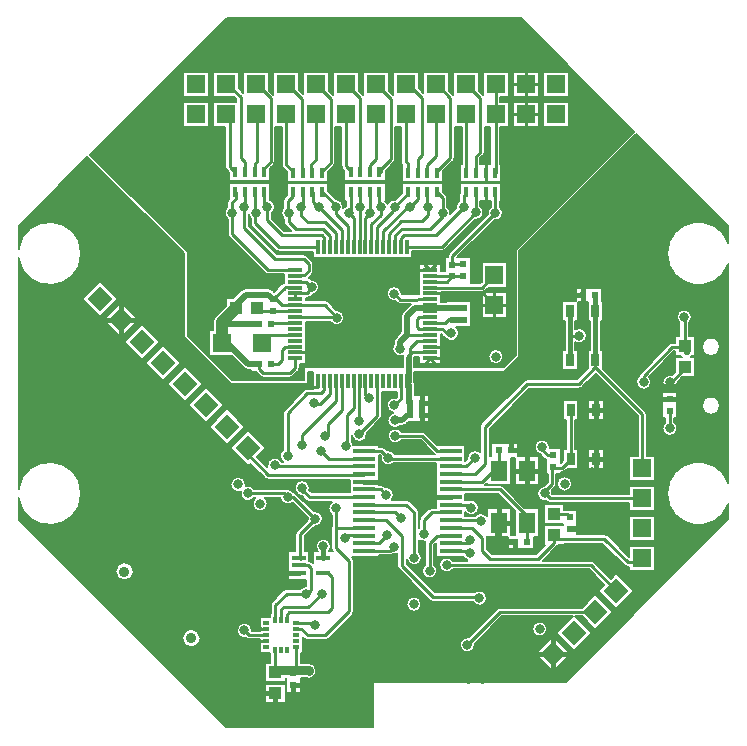
<source format=gbr>
G04 EasyPC Gerber Version 21.0.3 Build 4286 *
G04 #@! TF.Part,Single*
G04 #@! TF.FileFunction,Copper,L1,Top *
G04 #@! TF.FilePolarity,Positive *
%FSLAX35Y35*%
%MOIN*%
G04 #@! TA.AperFunction,SMDPad*
%ADD80R,0.01181X0.04724*%
%ADD92R,0.01200X0.02000*%
%ADD93R,0.01600X0.03500*%
%ADD82R,0.02400X0.02400*%
%ADD89R,0.02600X0.04200*%
%ADD96R,0.03937X0.04291*%
%ADD86R,0.03940X0.04330*%
%ADD88R,0.05500X0.07100*%
%ADD81R,0.04724X0.01181*%
%ADD91R,0.02000X0.01200*%
%ADD85R,0.07200X0.01700*%
%ADD94R,0.04600X0.01800*%
%ADD84R,0.02400X0.02400*%
%ADD87R,0.04330X0.03940*%
G04 #@! TA.AperFunction,ComponentPad*
%ADD90R,0.06000X0.06000*%
G04 #@! TA.AperFunction,SMDPad*
%AMT19*0 Rectangle Pad at angle 45*21,1,0.06000,0.06000,0,0,45*%
%ADD19T19*%
%ADD83R,0.06300X0.06300*%
G04 #@! TD.AperFunction*
%ADD73C,0.00500*%
%ADD76C,0.01000*%
%ADD79C,0.01500*%
%ADD98C,0.02000*%
%ADD99C,0.03000*%
G04 #@! TA.AperFunction,ViaPad*
%ADD97C,0.03200*%
G04 #@! TA.AperFunction,ComponentPad*
%ADD95C,0.03600*%
G04 #@! TD.AperFunction*
%ADD100C,0.04000*%
X0Y0D02*
D02*
D19*
X29901Y145799D03*
X36972Y138728D03*
X44043Y131657D03*
X51115Y124585D03*
X58185Y117515D03*
X65257Y110443D03*
X72328Y103372D03*
X79399Y96301D03*
X180937Y27437D03*
X188008Y34508D03*
X195079Y41579D03*
X202150Y48650D03*
D02*
D73*
X25818Y193082D02*
X2850Y170115D01*
Y162496*
G75*
G02X23750Y161050I10400J-1446*
G01*
G75*
G02X2850Y159604I-10500*
G01*
Y82496*
G75*
G02X23750Y81050I10400J-1446*
G01*
G75*
G02X2850Y79604I-10500*
G01*
Y72285*
X72085Y3050*
X121150*
Y18150*
X185215*
X239450Y72385*
Y77552*
G75*
G02X219050Y81050I-9900J3498*
G01*
G75*
G02X239450Y84548I10500*
G01*
Y157552*
G75*
G02X219050Y161050I-9900J3498*
G01*
G75*
G02X239450Y164548I10500*
G01*
Y170215*
X208832Y200832*
X169750Y161750*
Y126550*
X164650Y121450*
X134800*
Y118276*
G75*
G02X135100Y117237I-1650J-1039*
G01*
Y113799*
X139799*
Y104901*
X132859*
X132029Y104071*
G75*
G02X130650Y103500I-1379J1379*
G01*
X129993*
G75*
G02X125800Y105450I-1643J1950*
G01*
G75*
G02X127758Y107930I2550*
G01*
G75*
G02X125600Y110450I392J2520*
G01*
G75*
G02X128608Y112959I2550*
G01*
X128859Y113209*
Y114799*
X123885*
Y106735*
G75*
G02X123460Y105709I-1450*
G01*
X118959Y101208*
G75*
G02X113957Y100212I-2509J-458*
G01*
Y98285*
G75*
G02X114363Y97283I-2107J-1436*
G01*
X122905*
Y96634*
X123816*
G75*
G02X124841Y96209J-1450*
G01*
X125592Y95459*
G75*
G02X128339Y94075I458J-2509*
G01*
X141660*
G75*
G02X141324Y94325I690J1276*
G01*
X136849Y98802*
X130549*
G75*
G02X125900Y100250I-2099J1448*
G01*
G75*
G02X130546Y101702I2550*
G01*
X137450*
G75*
G02X138476Y101277J-1450*
G01*
X142468Y97283*
X151693*
Y91743*
X152441Y92492*
G75*
G02X156643Y94857I2509J458*
G01*
Y103350*
G75*
G02X157113Y104487I1607*
G01*
X171313Y118687*
G75*
G02X172450Y119157I1137J-1137*
G01*
X188876*
X192600Y122950*
Y128799*
X193450*
Y133850*
G75*
G02X193250Y134650I1500J800*
G01*
Y138500*
X192600*
Y144799*
X189200*
Y138500*
X188350*
Y135781*
G75*
G02X192300Y133650I1400J-2131*
G01*
G75*
G02X188350Y131519I-2550*
G01*
Y128799*
X189200*
Y122100*
X184100*
Y128799*
X184950*
Y138500*
X184100*
Y145200*
X188600*
Y149700*
X197401*
Y145200*
X197700*
Y138500*
X196850*
Y128799*
X197700*
Y122550*
X211775Y108475*
G75*
G02X212200Y107450I-1025J-1025*
G01*
Y93700*
X215000*
Y85200*
X206500*
Y93700*
X209300*
Y106849*
X195170Y120979*
X190697Y116424*
G75*
G02X189550Y115943I-1147J1126*
G01*
X173116*
X159857Y102684*
Y93448*
X160500*
Y97901*
X169299*
Y93448*
X176252*
Y83850*
X168252*
Y93000*
X166850*
Y83850*
X158850*
Y84397*
X158375Y83922*
G75*
G02X158285Y83839I-1026J1024*
G01*
X163211*
G75*
G02X164237Y83415J-1450*
G01*
X171502Y76149*
X176252*
Y66551*
X174700*
Y62401*
X165901*
Y66551*
X158929*
G75*
G02X158957Y66250I-1579J-300*
G01*
Y62616*
X160716Y60857*
X175384*
X178381Y63854*
X178131*
Y70645*
X184200*
Y70854*
X178131*
Y77645*
X184569*
Y75700*
X189100*
Y67557*
X198050*
G75*
G02X199179Y67094J-1607*
G01*
X206500Y59867*
Y63700*
X215000*
Y55200*
X206500*
Y56643*
X205850*
G75*
G02X204721Y57106J1607*
G01*
X197390Y64343*
X184569*
Y63854*
X182799*
G75*
G02X182487Y63413I-1449J696*
G01*
X177773Y58700*
X193550*
G75*
G02X194575Y58275J-1450*
G01*
X200170Y52680*
X202150Y54660*
X208160Y48650*
X202150Y42640*
X196140Y48650*
X198120Y50630*
X192949Y55800*
X147648*
G75*
G02X143000Y57250I-2098J1450*
G01*
G75*
G02X147648Y58700I2550*
G01*
X152460*
G75*
G02X151219Y59815I990J2350*
G01*
X141994*
Y64643*
X141300Y63949*
Y57248*
G75*
G02X142400Y55150I-1450J-2098*
G01*
G75*
G02X137300I-2550*
G01*
G75*
G02X138400Y57248I2550*
G01*
Y64550*
G75*
G02X138464Y64975I1450J0*
G01*
G75*
G02X136357Y65382I-614J2475*
G01*
Y61630*
G75*
G02X137300Y59650I-1607J-1980*
G01*
G75*
G02X132257Y59112I-2550*
G01*
Y57516*
X141716Y48057*
X154757*
G75*
G02X159000Y46150I1693J-1907*
G01*
G75*
G02X154261Y44843I-2550*
G01*
X141050*
G75*
G02X139913Y45313J1607*
G01*
X129513Y55713*
G75*
G02X129043Y56850I1137J1137*
G01*
Y60996*
G75*
G02X127372Y60745I-1193J2254*
G01*
G75*
G02X126516Y60466I-856J1171*
G01*
X122905*
Y59815*
X114059*
X114187Y59687*
G75*
G02X114657Y58550I-1137J-1137*
G01*
Y41750*
G75*
G02X114187Y40613I-1607*
G01*
X106187Y32613*
G75*
G02X105050Y32143I-1137J1137*
G01*
X99250*
G75*
G02X98113Y32613J1607*
G01*
X97631Y33095*
Y28031*
X96989*
Y24600*
X99550*
G75*
G02X101331Y23831I0J-2450*
G01*
G75*
G02X102098Y21951I-1681J-1782*
G01*
G75*
G02X102100Y21850I-2552J-100*
G01*
G75*
G02X98350Y19600I-2550*
G01*
X96901*
Y14700*
X92000*
Y19700*
X91866*
Y18230*
X85035*
Y24669*
X86774*
Y26631*
X86531*
Y28031*
X83232*
Y32431*
X79719*
G75*
G02X78693Y32856J1450*
G01*
X78608Y32941*
G75*
G02X75600Y35450I-458J2509*
G01*
G75*
G02X80700I2550*
G01*
G75*
G02X80697Y35331I-2550*
G01*
X83232*
Y39732*
X86531*
Y41131*
X86843*
Y43850*
G75*
G02X87313Y44987I1607*
G01*
X91113Y48787*
G75*
G02X92250Y49257I1137J-1137*
G01*
X96670*
G75*
G02X98643Y50200I1980J-1607*
G01*
Y52342*
X92677*
Y61759*
X95143*
Y67550*
G75*
G02X95613Y68687I1607*
G01*
X99214Y72287*
G75*
G02X99241Y73008I2536J264*
G01*
X94224Y78026*
G75*
G02X90024Y79600I-1674J1924*
G01*
X84867*
G75*
G02X85900Y77550I-1517J-2050*
G01*
G75*
G02X80800I-2550*
G01*
G75*
G02X81833Y79600I2550*
G01*
X81448*
G75*
G02X76868Y81635I-2098J1449*
G01*
G75*
G02X73500Y84050I-818J2415*
G01*
G75*
G02X78600I2550*
G01*
G75*
G02X78532Y83465I-2550J1*
G01*
G75*
G02X81448Y82500I818J-2415*
G01*
X91250*
G75*
G02X91806Y82389I0J-1450*
G01*
G75*
G02X94672Y81364I744J-2439*
G01*
G75*
G02X95375Y80975I-322J-1414*
G01*
X101292Y75059*
G75*
G02X104300Y72550I458J-2509*
G01*
G75*
G02X101487Y70014I-2550*
G01*
X98357Y66884*
Y61759*
X99775*
Y58600*
G75*
G02X100487Y58187I-426J-1550*
G01*
X100925Y57748*
Y61759*
X102541*
G75*
G02X101900Y63450I1909J1691*
G01*
G75*
G02X107000I2550*
G01*
G75*
G02X106359Y61759I-2550*
G01*
X107567*
X107513Y61813*
G75*
G02X107043Y62950I1137J1137*
G01*
Y69550*
G75*
G02X107200Y70244I1608*
G01*
Y73952*
G75*
G02X107315Y78223I1450J2098*
G01*
X99850*
G75*
G02X98708Y78699J1607*
G01*
X97359Y80061*
X97350*
G75*
G02X96011Y80780J1607*
G01*
G75*
G02X94800Y82950I1339J2170*
G01*
G75*
G02X99900I2550*
G01*
G75*
G02X99782Y82183I-2550J-1*
G01*
X100520Y81438*
X113206*
Y85644*
X86050*
G75*
G02X84913Y86115J1608*
G01*
X80067Y90959*
X79399Y90291*
X73389Y96301*
X79399Y102311*
X85409Y96301*
X82341Y93233*
X85788Y89787*
G75*
G02X90567Y91515I2462J663*
G01*
X91155*
G75*
G02X91100Y95748I1395J2135*
G01*
Y107950*
G75*
G02X91525Y108975I1450*
G01*
X98125Y115575*
G75*
G02X99150Y116000I1025J-1025*
G01*
X100909*
Y121450*
X99250*
Y117550*
X73650*
X57850Y133350*
Y161050*
X25818Y193082*
X23891Y145799D02*
X29901Y151809D01*
X35911Y145799*
X29901Y139789*
X23891Y145799*
X30962Y138728D02*
X36972Y144738D01*
X42983Y138728*
X36972Y132717*
X30962Y138728*
X36008Y57192D02*
G75*
G02X40321Y52879I2157J-2157D01*
G01*
G75*
G02X36008Y57192I-2157J2157*
G01*
X38033Y131657D02*
X44043Y137667D01*
X50054Y131657*
X44043Y125646*
X38033Y131657*
X45104Y124585D02*
X51115Y130596D01*
X57125Y124585*
X51115Y118575*
X45104Y124585*
X52175Y117515D02*
X58185Y123525D01*
X64196Y117515*
X58185Y111504*
X52175Y117515*
X58282Y34918D02*
G75*
G02X62595Y30605I2157J-2157D01*
G01*
G75*
G02X58282Y34918I-2157J2157*
G01*
X59246Y110443D02*
X65257Y116454D01*
X71267Y110443*
X65257Y104433*
X59246Y110443*
X66317Y103372D02*
X72328Y109383D01*
X78338Y103372*
X72328Y97362*
X66317Y103372*
X91866Y11230D02*
X85035D01*
Y17669*
X91866*
Y11230*
X132100Y44150D02*
G75*
G02X137200I2550D01*
G01*
G75*
G02X132100I-2550*
G01*
X152908Y33059D02*
X162454Y42604D01*
G75*
G02X163479Y43029I1025J-1025*
G01*
X190519*
X195079Y47589*
X201089Y41579*
X195079Y35569*
X190519Y40129*
X188397*
X194018Y34508*
X188008Y28498*
X181998Y34508*
X187619Y40129*
X164080*
X154959Y31008*
G75*
G02X155000Y30550I-2508J-457*
G01*
G75*
G02X149900I-2550*
G01*
G75*
G02X152908Y33059I2550*
G01*
X174000Y35850D02*
G75*
G02X179100I2550D01*
G01*
G75*
G02X174000I-2550*
G01*
X176652Y94097D02*
G75*
G02X174800Y96550I698J2453D01*
G01*
G75*
G02X179900I2550*
G01*
G75*
G02X179888Y96299I-2551J-2*
G01*
X183600*
Y91351*
X184299Y92050*
Y95901*
X185400*
Y105600*
X184299*
Y112299*
X189401*
Y105600*
X188300*
Y95901*
X189401*
Y89200*
X185551*
X184975Y88625*
G75*
G02X183950Y88200I-1025J1025*
G01*
X183600*
Y87500*
X182099*
Y84150*
G75*
G02X181675Y83125I-1450J0*
G01*
X180597Y82046*
G75*
G02X180800Y81050I-2347J-996*
G01*
G75*
G02X180796Y80900I-2550J-2*
G01*
X206500*
Y83700*
X215000*
Y75200*
X206500*
Y78000*
X179850*
G75*
G02X178825Y78425J1450*
G01*
X178708Y78541*
G75*
G02X175700Y81050I-458J2509*
G01*
G75*
G02X178042Y83591I2550*
G01*
X179199Y84750*
Y87500*
X178700*
Y92339*
G75*
G02X178144Y92683I550J1511*
G01*
X176652Y94097*
X180937Y33447D02*
X186947Y27437D01*
X180937Y21426*
X174926Y27437*
X180937Y33447*
X184850Y81700D02*
G75*
G02Y86800J2550D01*
G01*
G75*
G02Y81700J-2550*
G01*
X197901Y95901D02*
Y89200D01*
X192799*
Y95901*
X197901*
Y112299D02*
Y105600D01*
X192799*
Y112299*
X197901*
X206500Y73700D02*
X215000D01*
Y65200*
X206500*
Y73700*
X209802Y120249D02*
Y120350D01*
G75*
G02X210226Y121375I1450J0*
G01*
X219725Y130875*
G75*
G02X220750Y131300I1025J-1025*
G01*
X221830*
Y133547*
X223144*
Y137869*
G75*
G02X222200Y139850I1606J1981*
G01*
G75*
G02X227300I2550*
G01*
G75*
G02X226359Y137872I-2550*
G01*
Y133547*
X228267*
Y126756*
X227112*
G75*
G02X226914Y126547I-1262J997*
G01*
X228267*
Y119756*
X224006*
X222584Y118334*
G75*
G02X222600Y118050I-2534J-283*
G01*
G75*
G02X217500I-2550*
G01*
G75*
G02X220672Y120523I2550*
G01*
X221830Y121681*
Y126547*
X223987*
G75*
G02X223789Y126756I1064J1206*
G01*
X221830*
Y128400*
X221351*
X212978Y120026*
G75*
G02X213800Y118150I-1728J-1876*
G01*
G75*
G02X208700I-2550*
G01*
G75*
G02X209802Y120249I2550*
G01*
X217401Y106200D02*
Y115000D01*
X222299*
Y106200*
X221457*
Y104807*
G75*
G02X222500Y102750I-1507J-2057*
G01*
G75*
G02X217400I-2550*
G01*
G75*
G02X218243Y104644I2550*
G01*
Y106200*
X217401*
X233650Y107300D02*
G75*
G02Y113400J3050D01*
G01*
G75*
G02Y107300J-3050*
G01*
Y126900D02*
G75*
G02Y133000J3050D01*
G01*
G75*
G02Y126900J-3050*
G01*
X121150Y14449D02*
G36*
X91866D01*
Y11230*
X85035*
Y14449*
X60686*
X71835Y3300*
X121150*
Y14449*
G37*
X199826Y32761D02*
G36*
X192272D01*
X188008Y28498*
X183744Y32761*
X181622*
X186947Y27437*
X180937Y21426*
X174926Y27437*
X180251Y32761*
X156712*
X154959Y31008*
G75*
G02X155000Y30553I-2485J-455*
G01*
G75*
G02Y30550I-2589J-1*
G01*
G75*
G02X149900I-2550*
G01*
G75*
G02X151180Y32761I2550J0*
G01*
X106335*
X106187Y32613*
G75*
G02X105050Y32143I-1137J1138*
G01*
X99250*
G75*
G02X98113Y32613I1J1609*
G01*
X97965Y32761*
X97631*
Y28031*
X96989*
Y24600*
X99550*
G75*
G02X101331Y23831I0J-2450*
G01*
G75*
G02X102100Y22050I-1680J-1781*
G01*
G75*
G02X102098Y21951I-2446J-1*
G01*
G75*
G02X102100Y21859I-2154J-92*
G01*
G75*
G02Y21850I-2148J-4*
G01*
G75*
G02X98350Y19600I-2550*
G01*
X96901*
Y14700*
X92000*
Y19700*
X91866*
Y18230*
X85035*
Y24669*
X86774*
Y26631*
X86531*
Y28031*
X83232*
Y32431*
X79719*
G75*
G02X78798Y32761I1J1453*
G01*
X63489*
G75*
G02X62595Y30605I-3050*
G01*
G75*
G02X57389Y32761I-2157J2157*
G01*
X42374*
X60686Y14449*
X85035*
Y17669*
X91866*
Y14449*
X121150*
Y18150*
X185215*
X199826Y32761*
G37*
X78798D02*
G36*
G75*
G02X78693Y32856I922J1123D01*
G01*
X78608Y32941*
G75*
G02X75600Y35450I-458J2509*
G01*
G75*
G02X75631Y35850I2550J0*
G01*
X39285*
X42374Y32761*
X57389*
G75*
G02X58282Y34918I3050*
G01*
G75*
G02X63489Y32761I2157J-2157*
G01*
X78798*
G37*
X155699Y35850D02*
G36*
X109423D01*
X106335Y32761*
X151180*
G75*
G02X152908Y33059I1270J-2211*
G01*
X155699Y35850*
G37*
X97965Y32761D02*
G36*
X97631Y33095D01*
Y32761*
X97965*
G37*
X83232Y35850D02*
G36*
X80669D01*
G75*
G02X80700Y35450I-2519J-400*
G01*
G75*
G02X80697Y35331I-2999J11*
G01*
X83232*
Y35850*
G37*
X183340D02*
G36*
X179100D01*
G75*
G02X174000I-2550*
G01*
X159801*
X156712Y32761*
X180251*
X180937Y33447*
X181622Y32761*
X183744*
X181998Y34508*
X183340Y35850*
G37*
X202915D02*
G36*
X195360D01*
X195079Y35569*
X194797Y35850*
X192676*
X194018Y34508*
X192272Y32761*
X199826*
X202915Y35850*
G37*
X86871Y44150D02*
G36*
X30985D01*
X39285Y35850*
X75631*
G75*
G02X80669I2519J-400*
G01*
X83232*
Y39732*
X86531*
Y41131*
X86843*
Y43850*
G75*
G02X86871Y44150I1609J-1*
G01*
G37*
X191640D02*
G36*
X158032D01*
G75*
G02X154868I-1582J2000*
G01*
X137200*
G75*
G02X132100I-2550*
G01*
X114657*
Y41750*
G75*
G02X114187Y40613I-1609J1*
G01*
X109423Y35850*
X155699*
X162454Y42604*
G75*
G02X163479Y43029I1026J-1028*
G01*
X190519*
X191640Y44150*
G37*
X183340Y35850D02*
G36*
X187619Y40129D01*
X164080*
X159801Y35850*
X174000*
G75*
G02X179100I2550*
G01*
X183340*
G37*
X194797D02*
G36*
X190519Y40129D01*
X188397*
X192676Y35850*
X194797*
G37*
X211215Y44150D02*
G36*
X203660D01*
X202150Y42640*
X200640Y44150*
X198518*
X201089Y41579*
X195360Y35850*
X202915*
X211215Y44150*
G37*
X92677Y55035D02*
G36*
X41215D01*
G75*
G02X40321Y52879I-3050*
G01*
G75*
G02X35115Y55035I-2157J2157*
G01*
X20100*
X30985Y44150*
X86871*
G75*
G02X87313Y44987I1581J-301*
G01*
X91113Y48787*
G75*
G02X92250Y49257I1137J-1138*
G01*
X96670*
G75*
G02X98643Y50200I1980J-1607*
G01*
Y52342*
X92677*
Y55035*
G37*
X154868Y44150D02*
G36*
G75*
G02X154261Y44843I1582J2000D01*
G01*
X141050*
G75*
G02X139913Y45313I1J1609*
G01*
X130191Y55035*
X114657*
Y44150*
X132100*
G75*
G02X137200I2550*
G01*
X154868*
G37*
X200640D02*
G36*
X196140Y48650D01*
X198120Y50630*
X193714Y55035*
X146814*
G75*
G02X144286I-1264J2215*
G01*
X142397*
G75*
G02X137303I-2547J115*
G01*
X134738*
X141716Y48057*
X154757*
G75*
G02X159000Y46150I1692J-1908*
G01*
G75*
G02X158032Y44150I-2550*
G01*
X191640*
X195079Y47589*
X198518Y44150*
X200640*
G37*
X222100Y55035D02*
G36*
X197815D01*
X200170Y52680*
X202150Y54660*
X208160Y48650*
X203660Y44150*
X211215*
X222100Y55035*
G37*
X92677D02*
G36*
Y61759D01*
X95143*
Y67550*
G75*
G02X95613Y68687I1609J-1*
G01*
X96377Y69450*
X5685*
X20100Y55035*
X35115*
G75*
G02X36008Y57192I3050*
G01*
G75*
G02X41215Y55035I2157J-2157*
G01*
X92677*
G37*
X107043Y69450D02*
G36*
X100924D01*
X98357Y66884*
Y61759*
X99775*
Y58600*
G75*
G02X100487Y58187I-426J-1550*
G01*
X100925Y57748*
Y61759*
X102541*
G75*
G02X101900Y63450I1911J1691*
G01*
G75*
G02X107000I2550*
G01*
G75*
G02X106359Y61759I-2552J1*
G01*
X107567*
X107513Y61813*
G75*
G02X107043Y62950I1138J1137*
G01*
Y69450*
G37*
X130191Y55035D02*
G36*
X129513Y55713D01*
G75*
G02X129043Y56850I1138J1137*
G01*
Y60996*
G75*
G02X127372Y60745I-1193J2256*
G01*
G75*
G02X126516Y60466I-856J1173*
G01*
X122905*
Y59815*
X114059*
X114187Y59687*
G75*
G02X114657Y58550I-1138J-1137*
G01*
Y55035*
X130191*
G37*
X137303D02*
G36*
G75*
G02X137300Y55150I2547J119D01*
G01*
G75*
G02X138400Y57248I2550J0*
G01*
Y64550*
G75*
G02X138464Y64975I1454J-1*
G01*
G75*
G02X136357Y65382I-613J2477*
G01*
Y61630*
G75*
G02X137300Y59650I-1608J-1980*
G01*
G75*
G02X132257Y59112I-2550*
G01*
Y57516*
X134738Y55035*
X137303*
G37*
X144286D02*
G36*
G75*
G02X143000Y57250I1264J2215D01*
G01*
G75*
G02X147648Y58700I2550*
G01*
X152460*
G75*
G02X151219Y59815I988J2348*
G01*
X141994*
Y64643*
X141300Y63949*
Y57248*
G75*
G02X142400Y55150I-1450J-2098*
G01*
G75*
G02X142397Y55035I-2550J4*
G01*
X144286*
G37*
X193714D02*
G36*
X192949Y55800D01*
X147648*
G75*
G02X146814Y55035I-2098J1450*
G01*
X193714*
G37*
X178131Y69450D02*
G36*
X176252D01*
Y66551*
X174700*
Y62401*
X165901*
Y66551*
X158929*
G75*
G02X158957Y66250I-1577J-300*
G01*
Y66250*
Y62616*
X160716Y60857*
X175384*
X178381Y63854*
X178131*
Y69450*
G37*
X236515D02*
G36*
X215000D01*
Y65200*
X206500*
Y69450*
X189100*
Y67557*
X198050*
G75*
G02X199179Y67094I-1J-1609*
G01*
X206500Y59867*
Y63700*
X215000*
Y55200*
X206500*
Y56643*
X205850*
G75*
G02X204721Y57106I1J1609*
G01*
X197390Y64343*
X184569*
Y63854*
X182799*
G75*
G02X182487Y63413I-1446J694*
G01*
X177773Y58700*
X193550*
G75*
G02X194575Y58275I-1J-1453*
G01*
X197815Y55035*
X222100*
X236515Y69450*
G37*
X96377D02*
G36*
X99214Y72287D01*
G75*
G02X99200Y72551I2538J265*
G01*
G75*
G02X99241Y73008I2554J0*
G01*
X94224Y78026*
G75*
G02X90024Y79600I-1674J1924*
G01*
X84867*
G75*
G02X85900Y77551I-1515J-2049*
G01*
G75*
G02Y77550I-2506J0*
G01*
G75*
G02X80800I-2550*
G01*
G75*
G02Y77551I2506J0*
G01*
G75*
G02X81833Y79600I2548*
G01*
X81448*
G75*
G02X76800Y81049I-2098J1449*
G01*
G75*
G02X76868Y81635I2549*
G01*
G75*
G02X73500Y84050I-818J2415*
G01*
G75*
G02X73508Y84250I2550J0*
G01*
X23250*
G75*
G02X23750Y81050I-10001J-3200*
G01*
G75*
G02X3100Y78362I-10500J0*
G01*
Y72035*
X5685Y69450*
X96377*
G37*
X3250Y84250D02*
G36*
X3100D01*
Y83738*
G75*
G02X3250Y84250I10153J-2690*
G01*
G37*
X107043Y69450D02*
G36*
Y69550D01*
G75*
G02Y69551I1367J0*
G01*
G75*
G02X107200Y70244I1605*
G01*
Y73952*
G75*
G02X106100Y76050I1450J2098*
G01*
G75*
G02X107315Y78223I2550*
G01*
X99850*
G75*
G02X98708Y78699I0J1608*
G01*
X97359Y80061*
X97350*
G75*
G02X96011Y80780J1608*
G01*
G75*
G02X94800Y82950I1340J2170*
G01*
G75*
G02X95156Y84250I2550*
G01*
X78592*
G75*
G02X78600Y84050I-2543J-200*
G01*
G75*
G02X78532Y83465I-2576J4*
G01*
G75*
G02X81448Y82500I818J-2416*
G01*
X91250*
G75*
G02X91806Y82389I0J-1447*
G01*
G75*
G02X94672Y81364I744J-2439*
G01*
G75*
G02X95375Y80975I-320J-1410*
G01*
X101292Y75059*
G75*
G02X104300Y72550I457J-2509*
G01*
G75*
G02X101487Y70014I-2550J0*
G01*
X100924Y69450*
X107043*
G37*
X113206Y84250D02*
G36*
X99544D01*
G75*
G02X99900Y82950I-2194J-1300*
G01*
G75*
G02Y82949I-3076J0*
G01*
G75*
G02X99782Y82183I-2548*
G01*
X100520Y81438*
X113206*
Y84250*
G37*
X219550D02*
G36*
X187400D01*
G75*
G02X184850Y81700I-2550*
G01*
G75*
G02X182300Y84250J2550*
G01*
X182099*
Y84150*
G75*
G02X181675Y83125I-1450*
G01*
X180597Y82046*
G75*
G02X180800Y81050I-2348J-996*
G01*
G75*
G02X180796Y80900I-2845J7*
G01*
X206500*
Y83700*
X215000*
Y75200*
X206500*
Y78000*
X179850*
G75*
G02X178825Y78425I1J1453*
G01*
X178708Y78541*
G75*
G02X175700Y81050I-458J2509*
G01*
G75*
G02X178042Y83591I2550*
G01*
X178700Y84250*
X176252*
Y83850*
X168252*
Y84250*
X166850*
Y83850*
X158850*
Y84250*
X158703*
X158375Y83922*
G75*
G02X158285Y83839I-960J951*
G01*
X163211*
G75*
G02X164237Y83415I-1J-1453*
G01*
X171502Y76149*
X176252*
Y69450*
X178131*
Y70645*
X184200*
Y70854*
X178131*
Y77645*
X184569*
Y75700*
X189100*
Y69450*
X206500*
Y73700*
X215000*
Y69450*
X236515*
X239200Y72135*
Y76911*
G75*
G02X219050Y81050I-9650J4139*
G01*
G75*
G02X219550Y84250I10500J0*
G01*
G37*
X113206D02*
G36*
Y85644D01*
X86050*
G75*
G02X84913Y86115I1J1609*
G01*
X80067Y90959*
X79399Y90291*
X77139Y92551*
X3100*
Y84250*
X3250*
G75*
G02X23250I10000J-3200*
G01*
X73508*
G75*
G02X78592I2542J-200*
G01*
X95156*
G75*
G02X99544I2194J-1300*
G01*
X113206*
G37*
X86805Y92551D02*
G36*
X83023D01*
X85788Y89787*
G75*
G02X85700Y90450I2462J663*
G01*
G75*
G02X86805Y92551I2550J0*
G01*
G37*
X90249D02*
G36*
X89696D01*
G75*
G02X90567Y91515I-1446J-2101*
G01*
X91155*
G75*
G02X90249Y92551I1395J2135*
G01*
G37*
X239200Y85189D02*
G36*
Y92551D01*
X215000*
Y85200*
X206500*
Y92551*
X197901*
Y89200*
X192799*
Y92551*
X189401*
Y89200*
X185551*
X184975Y88625*
G75*
G02X183950Y88200I-1026J1028*
G01*
X183600*
Y87500*
X182099*
Y84250*
X182300*
G75*
G02X184850Y86800I2550*
G01*
G75*
G02X187400Y84250J-2550*
G01*
X219550*
G75*
G02X239200Y85189I10000J-3200*
G01*
G37*
X158850Y84250D02*
G36*
Y84397D01*
X158703Y84250*
X158850*
G37*
X152431Y92551D02*
G36*
X151693D01*
Y91743*
X152441Y92492*
G75*
G02X152431Y92551I2509J451*
G01*
G37*
X168252D02*
G36*
X166850D01*
Y84250*
X168252*
Y92551*
G37*
X178304D02*
G36*
X176252D01*
Y84250*
X178700*
X179199Y84750*
Y87500*
X178700*
Y92339*
G75*
G02X178304Y92551I549J1509*
G01*
G37*
X184299D02*
G36*
X183600D01*
Y91351*
X184299Y92050*
Y92551*
G37*
X90249D02*
G36*
G75*
G02X90000Y93650I2301J1100D01*
G01*
G75*
G02X91100Y95748I2550*
G01*
Y103372*
X78338*
X72328Y97362*
X66317Y103372*
X3100*
Y92551*
X77139*
X73389Y96301*
X79399Y102311*
X85409Y96301*
X82341Y93233*
X83023Y92551*
X86805*
G75*
G02X89696I1446J-2101*
G01*
X90249*
G37*
X152431D02*
G36*
G75*
G02X152400Y92950I2519J400D01*
G01*
G75*
G02X156643Y94857I2550*
G01*
Y103350*
G75*
G02Y103372I1609J11*
G01*
X129829*
G75*
G02X126872I-1478J2078*
G01*
X121123*
X118959Y101208*
G75*
G02X119000Y100750I-2509J-457*
G01*
G75*
G02X113957Y100212I-2550*
G01*
Y98285*
G75*
G02X114363Y97283I-2101J-1433*
G01*
X122905*
Y96634*
X123816*
G75*
G02X124841Y96209I-1J-1453*
G01*
X125592Y95459*
G75*
G02X128339Y94075I457J-2510*
G01*
X141660*
G75*
G02X141324Y94325I697J1285*
G01*
X136849Y98802*
X130549*
G75*
G02X125900Y100250I-2099J1448*
G01*
G75*
G02X130546Y101702I2550*
G01*
X137450*
G75*
G02X138476Y101277I1J-1448*
G01*
X142468Y97283*
X151693*
Y92551*
X152431*
G37*
X184299D02*
G36*
Y95901D01*
X185400*
Y103372*
X160546*
X159857Y102684*
Y93448*
X160500*
Y97901*
X169299*
Y93448*
X176252*
Y92551*
X178304*
G75*
G02X178144Y92683I946J1299*
G01*
X176652Y94097*
G75*
G02X174800Y96550I698J2453*
G01*
Y96550*
G75*
G02X179900I2550*
G01*
G75*
G02X179888Y96299I-2682J4*
G01*
X183600*
Y92551*
X184299*
G37*
X168252D02*
G36*
Y93000D01*
X166850*
Y92551*
X168252*
G37*
X206500D02*
G36*
Y93700D01*
X209300*
Y103372*
X188300*
Y95901*
X189401*
Y92551*
X192799*
Y95901*
X197901*
Y92551*
X206500*
G37*
X222423Y103372D02*
G36*
G75*
G02X222500Y102750I-2474J-623D01*
G01*
G75*
G02X217400I-2550*
G01*
Y102750*
G75*
G02X217477Y103372I2550J0*
G01*
X212200*
Y93700*
X215000*
Y92551*
X239200*
Y103372*
X222423*
G37*
X92993Y110443D02*
G36*
X71267D01*
X65257Y104433*
X59246Y110443*
X3100*
Y103372*
X66317*
X72328Y109383*
X78338Y103372*
X91100*
Y107950*
G75*
G02X91525Y108975I1453J-1*
G01*
X92993Y110443*
G37*
X125600D02*
G36*
X123885D01*
Y106735*
G75*
G02X123460Y105709I-1453J1*
G01*
X121123Y103372*
X126872*
G75*
G02X125800Y105450I1478J2078*
G01*
G75*
G02X127758Y107930I2550*
G01*
G75*
G02X125600Y110443I392J2519*
G01*
G37*
X163070D02*
G36*
X139799D01*
Y104901*
X132859*
X132029Y104071*
G75*
G02X130650Y103500I-1379J1378*
G01*
X129993*
G75*
G02X129829Y103372I-1643J1950*
G01*
X156643*
G75*
G02X157113Y104487I1609J-23*
G01*
X163070Y110443*
G37*
X184299D02*
G36*
X167617D01*
X160546Y103372*
X185400*
Y105600*
X184299*
Y110443*
G37*
X209300Y103372D02*
G36*
Y106849D01*
X205706Y110443*
X197901*
Y105600*
X192799*
Y110443*
X189401*
Y105600*
X188300*
Y103372*
X209300*
G37*
X217477D02*
G36*
G75*
G02X218243Y104644I2472J-622D01*
G01*
Y106200*
X217401*
Y110443*
X209807*
X211775Y108475*
G75*
G02X212200Y107450I-1028J-1026*
G01*
Y103372*
X217477*
G37*
X222423D02*
G36*
X239200D01*
Y110443*
X236698*
G75*
G02X236700Y110350I-3049J-98*
G01*
G75*
G02X233650Y107300I-3050*
G01*
G75*
G02X230600Y110350J3050*
G01*
G75*
G02X230602Y110443I3050J-5*
G01*
X222299*
Y106200*
X221457*
Y104807*
G75*
G02X222423Y103372I-1509J-2057*
G01*
G37*
X100909Y117515D02*
G36*
X64196D01*
X58185Y111504*
X52175Y117515*
X3100*
Y110443*
X59246*
X65257Y116454*
X71267Y110443*
X92993*
X98125Y115575*
G75*
G02X99150Y116000I1026J-1028*
G01*
X100909*
Y117515*
G37*
X125600Y110443D02*
G36*
G75*
G02Y110450I2542J3D01*
G01*
Y110450*
G75*
G02X128608Y112959I2550*
G01*
X128859Y113209*
Y114799*
X123885*
Y110443*
X125600*
G37*
X170141Y117515D02*
G36*
X135080D01*
G75*
G02X135100Y117237I-1929J-276*
G01*
Y113799*
X139799*
Y110443*
X163070*
X170141Y117515*
G37*
X205706Y110443D02*
G36*
X198635Y117515D01*
X191768*
X190697Y116424*
G75*
G02X189550Y115943I-1147J1126*
G01*
X173116*
X167617Y110443*
X184299*
Y112299*
X189401*
Y110443*
X192799*
Y112299*
X197901*
Y110443*
X205706*
G37*
X222543Y117515D02*
G36*
G75*
G02X217557I-2493J535D01*
G01*
X213720*
G75*
G02X208780I-2470J635*
G01*
X202736*
X209807Y110443*
X217401*
Y115000*
X222299*
Y110443*
X230602*
G75*
G02X233650Y113400I3048J-93*
G01*
G75*
G02X236698Y110443J-3050*
G01*
X239200*
Y117515*
X222543*
G37*
X66615Y124585D02*
G36*
X57125D01*
X51115Y118575*
X45104Y124585*
X3100*
Y117515*
X52175*
X58185Y123525*
X64196Y117515*
X100909*
Y121450*
X99250*
Y117550*
X73650*
X66615Y124585*
G37*
X192600D02*
G36*
X189200D01*
Y122100*
X184100*
Y124585*
X167785*
X164650Y121450*
X134800*
Y118276*
G75*
G02X135080Y117515I-1647J-1039*
G01*
X170141*
X171313Y118687*
G75*
G02X172450Y119157I1137J-1138*
G01*
X188876*
X192600Y122950*
Y124585*
G37*
X198635Y117515D02*
G36*
X195170Y120979D01*
X191768Y117515*
X198635*
G37*
X213436Y124585D02*
G36*
X197700D01*
Y122550*
X202736Y117515*
X208780*
G75*
G02X208700Y118150I2470J635*
G01*
G75*
G02X209802Y120249I2551J0*
G01*
Y120350*
G75*
G02X210226Y121375I1453J-1*
G01*
X213436Y124585*
G37*
X221830D02*
G36*
X217537D01*
X212978Y120026*
G75*
G02X213800Y118150I-1726J-1875*
G01*
Y118150*
G75*
G02X213720Y117515I-2550J0*
G01*
X217557*
G75*
G02X217500Y118050I2493J535*
G01*
G75*
G02X220672Y120523I2550*
G01*
X221830Y121681*
Y124585*
G37*
X228267D02*
G36*
Y119756D01*
X224006*
X222584Y118334*
G75*
G02X222600Y118050I-2550J-284*
G01*
G75*
G02X222543Y117515I-2550J-1*
G01*
X239200*
Y124585*
X228267*
G37*
X59543Y131657D02*
G36*
X50054D01*
X44043Y125646*
X38033Y131657*
X3100*
Y124585*
X45104*
X51115Y130596*
X57125Y124585*
X66615*
X59543Y131657*
G37*
X184950D02*
G36*
X169750D01*
Y126550*
X167785Y124585*
X184100*
Y128799*
X184950*
Y131657*
G37*
X192600Y124585D02*
G36*
Y128799D01*
X193450*
Y131657*
X191340*
G75*
G02X188350Y131519I-1591J1993*
G01*
Y128799*
X189200*
Y124585*
X192600*
G37*
X221830Y131657D02*
G36*
X196850D01*
Y128799*
X197700*
Y124585*
X213436*
X219725Y130875*
G75*
G02X220750Y131300I1025J-1024*
G01*
X221830*
Y131657*
G37*
Y124585D02*
G36*
Y126547D01*
X223987*
G75*
G02X223789Y126756I1069J1210*
G01*
X221830*
Y128400*
X221351*
X217537Y124585*
X221830*
G37*
X228267Y131657D02*
G36*
Y126756D01*
X227112*
G75*
G02X226914Y126547I-1266J1002*
G01*
X228267*
Y124585*
X239200*
Y131657*
X236178*
G75*
G02X236700Y129950I-2528J-1706*
G01*
G75*
G02X233650Y126900I-3050*
G01*
G75*
G02X230600Y129950J3050*
G01*
G75*
G02X231122Y131657I3050J0*
G01*
X228267*
G37*
X57850Y138728D02*
G36*
X42983D01*
X36972Y132717*
X30962Y138728*
X3100*
Y131657*
X38033*
X44043Y137667*
X50054Y131657*
X59543*
X57850Y133350*
Y138728*
G37*
X184950Y131657D02*
G36*
Y138500D01*
X184100*
Y138728*
X169750*
Y131657*
X184950*
G37*
X192600Y138728D02*
G36*
X189200D01*
Y138500*
X188350*
Y135781*
G75*
G02X192300Y133650I1400J-2131*
G01*
G75*
G02X191340Y131657I-2550J0*
G01*
X193450*
Y133850*
G75*
G02X193250Y134650I1502J800*
G01*
Y138500*
X192600*
Y138728*
G37*
X221830Y131657D02*
G36*
Y133547D01*
X223144*
Y137869*
G75*
G02X222460Y138728I1605J1980*
G01*
X197700*
Y138500*
X196850*
Y131657*
X221830*
G37*
X228267D02*
G36*
X231122D01*
G75*
G02X233650Y133000I2528J-1707*
G01*
G75*
G02X236178Y131657J-3050*
G01*
X239200*
Y138728*
X227040*
G75*
G02X226359Y137872I-2291J1123*
G01*
Y133547*
X228267*
Y131657*
G37*
X57850Y145799D02*
G36*
X35911D01*
X29901Y139789*
X23891Y145799*
X3100*
Y138728*
X30962*
X36972Y144738*
X42983Y138728*
X57850*
Y145799*
G37*
X188600D02*
G36*
X169750D01*
Y138728*
X184100*
Y145200*
X188600*
Y145799*
G37*
X192600Y138728D02*
G36*
Y144799D01*
X189200*
Y138728*
X192600*
G37*
X227040D02*
G36*
X239200D01*
Y145799*
X197401*
Y145200*
X197700*
Y138728*
X222460*
G75*
G02X222200Y139850I2289J1122*
G01*
Y139850*
G75*
G02X227300I2550*
G01*
G75*
G02X227040Y138728I-2551*
G01*
G37*
X57850Y145799D02*
G36*
Y161050D01*
X25818Y193082*
X3100Y170365*
Y163738*
G75*
G02X23750Y161050I10150J-2689*
G01*
G75*
G02X3100Y158362I-10500J0*
G01*
Y145799*
X23891*
X29901Y151809*
X35911Y145799*
X57850*
G37*
X197401D02*
G36*
X239200D01*
Y156911*
G75*
G02X219050Y161050I-9650J4139*
G01*
G75*
G02X239200Y165189I10500*
G01*
Y170465*
X209082Y200582*
X208582*
X169750Y161750*
Y145799*
X188600*
Y149700*
X197401*
Y145799*
G37*
X26768Y194032D02*
X59250Y161550D01*
Y133550*
X74050Y118750*
X98150*
Y123350*
X131000*
Y126550*
G75*
G02X131098Y127073I1450J0*
G01*
G75*
G02X128000Y130993I-1148J2277*
G01*
Y131650*
G75*
G02X128571Y133029I1950J0*
G01*
X130046Y134503*
G75*
G02X130300Y135118I2205J-553*
G01*
Y140050*
G75*
G02X130871Y141429I1950J0*
G01*
X133571Y144129*
G75*
G02X133607Y144164I1383J-1378*
G01*
X130050*
G75*
G02X128948Y144601J1607*
G01*
X128394Y145123*
G75*
G02X125500Y147650I-344J2527*
G01*
G75*
G02X130600I2550*
G01*
G75*
G02X130593Y147468I-2552J2*
G01*
X130688Y147379*
X136342*
Y157454*
X143566*
Y155095*
X145000*
Y159800*
X146000*
Y160250*
G75*
G02X146425Y161275I1450*
G01*
X159241Y174092*
G75*
G02X160300Y176648I2509J458*
G01*
Y178500*
X156800*
Y176848*
G75*
G02X154892Y172241I-1450J-2098*
G01*
X144916Y162265*
G75*
G02X143891Y161841I-1025J1025*
G01*
X134118*
Y159678*
X100909*
Y161683*
X89591*
G75*
G02X88450Y162158J1607*
G01*
X80650Y170018*
G75*
G02X80183Y171150I1141J1132*
G01*
Y172813*
G75*
G02X79557Y174012I1867J1737*
G01*
Y170220*
X89016Y160762*
X97941*
G75*
G02X99077Y160291J-1607*
G01*
X100687Y158682*
G75*
G02X101157Y157545I-1137J-1137*
G01*
Y155155*
G75*
G02X100687Y154018I-1607*
G01*
X99681Y153013*
G75*
G02X99923Y152813I-896J-1335*
G01*
X100345Y152392*
G75*
G02X100855Y147319I205J-2542*
G01*
X100250Y146713*
G75*
G02X99113Y146243I-1137J1137*
G01*
X98685*
Y145457*
X105150*
G75*
G02X106351Y144919J-1607*
G01*
X108772Y142197*
G75*
G02X111437Y139650I115J-2547*
G01*
G75*
G02X106750Y138258I-2550*
G01*
X98685*
Y124246*
X96523*
Y122773*
G75*
G02X96098Y121748I-1450*
G01*
X94475Y120125*
G75*
G02X93450Y119700I-1025J1025*
G01*
X84450*
G75*
G02X83425Y120125J1450*
G01*
X81925Y121625*
G75*
G02X81855Y121700I1024J1024*
G01*
X80500*
Y122200*
X79350*
G75*
G02X77971Y122771I0J1950*
G01*
X73892Y126850*
X66350*
Y135650*
X67800*
Y136333*
G75*
G02X68034Y139577I2950J1417*
G01*
G75*
G02X68837Y140509I2716J-1527*
G01*
X72030Y143702*
Y146165*
X74485*
X77160Y148840*
G75*
G02X78650Y149457I1490J-1490*
G01*
X86150*
G75*
G02X87687Y148791J-2107*
G01*
X88083Y148370*
X90503Y150835*
G75*
G02X91461Y151305I1147J-1126*
G01*
Y154164*
X85886*
G75*
G02X84861Y154589J1450*
G01*
X73025Y166425*
G75*
G02X72600Y167450I1025J1025*
G01*
Y172452*
G75*
G02X72443Y176530I1450J2098*
G01*
Y178150*
G75*
G02X72964Y179335I1607*
G01*
X73100Y179460*
Y184600*
X86800*
Y178874*
G75*
G02X87200Y174452I-1050J-2324*
G01*
Y172651*
X91251Y168600*
X93627*
X91713Y170513*
G75*
G02X91243Y171650I1137J1137*
G01*
Y172570*
G75*
G02X91143Y176444I1607J1980*
G01*
Y178650*
G75*
G02X91650Y179823I1607J0*
G01*
X92300Y180431*
Y184500*
X106000*
Y181973*
X108784Y179189*
G75*
G02X111046Y176126I-235J-2539*
G01*
G75*
G02X112100Y176917I2005J-1576*
G01*
Y178600*
X111500*
Y184600*
X125200*
Y178600*
X125067*
G75*
G02X125900Y177540I-1517J-2050*
G01*
G75*
G02X128708Y179059I2350J-990*
G01*
X130700Y181051*
Y184500*
X144400*
Y181501*
X145275Y180625*
G75*
G02X145700Y179600I-1025J-1025*
G01*
Y176648*
G75*
G02X146762Y174113I-1450J-2097*
G01*
X148741Y176092*
G75*
G02X149643Y178530I2509J458*
G01*
Y180450*
G75*
G02X150030Y181496I1607*
G01*
X150100Y181578*
Y184500*
X163800*
Y178500*
X163200*
Y176648*
G75*
G02X161292Y172041I-1450J-2098*
G01*
X149151Y159900*
X153600*
Y151158*
X156707*
X157200Y151651*
Y158100*
X165700*
Y149600*
X159251*
X158333Y148683*
G75*
G02X157308Y148258I-1025J1025*
G01*
X143566*
Y144800*
X145200*
Y145300*
X153700*
Y136500*
X148667*
G75*
G02X149700Y134450I-1517J-2050*
G01*
G75*
G02X145126Y132900I-2550*
G01*
G75*
G02X144383Y133345I424J1551*
G01*
X143566Y134207*
Y124246*
X136342*
Y126605*
X134800*
Y123350*
X164550*
X168550Y127350*
Y162250*
X207982Y201682*
X170215Y239450*
X72185*
X26768Y194032*
X66300Y211700D02*
Y203200D01*
X57800*
Y211700*
X66300*
Y221700D02*
Y213200D01*
X57800*
Y221700*
X66300*
X71800Y203200D02*
X67800D01*
Y211700*
X75443*
Y212384*
X74627Y213200*
X67800*
Y221700*
X76300*
Y216073*
X77800Y214573*
Y221700*
X86300*
Y215350*
X87800Y213850*
Y221700*
X96300*
Y215651*
X97800Y214151*
Y221700*
X106300*
Y215251*
X107800Y213751*
Y221700*
X116300*
Y215251*
X117775Y213775*
G75*
G02X117800Y213750I-1020J-1029*
G01*
Y221700*
X126300*
Y215251*
X127800Y213751*
Y221700*
X136300*
Y216173*
X137800Y214673*
Y221700*
X146300*
Y215350*
X147760Y213890*
G75*
G02X147800Y213850I-1012J-1042*
G01*
Y221700*
X156300*
Y215251*
X157775Y213775*
G75*
G02X157800Y213750I-1020J-1029*
G01*
Y221700*
X166300*
Y213200*
X163500*
Y211700*
X166300*
Y203200*
X163357*
Y191000*
X163800*
Y185000*
X150100*
Y191000*
X150543*
Y203200*
X148200*
Y192850*
G75*
G02X147760Y191810I-1450*
G01*
X144400Y188450*
Y185000*
X130700*
Y190339*
G75*
G02X130343Y191350I1250J1011*
G01*
Y203200*
X128500*
Y192450*
G75*
G02X128075Y191425I-1450*
G01*
X125200Y188549*
Y185100*
X111500*
Y188649*
X110825Y189325*
G75*
G02X110400Y190350I1025J1025*
G01*
Y203200*
X108300*
Y191150*
G75*
G02X107875Y190125I-1450*
G01*
X106000Y188249*
Y185000*
X92300*
Y188127*
X91013Y189413*
G75*
G02X90543Y190550I1137J1137*
G01*
Y203200*
X88300*
Y191700*
G75*
G02X87860Y190660I-1450*
G01*
X86800Y189600*
Y185100*
X73100*
Y187899*
X72225Y188775*
G75*
G02X71800Y189800I1025J1025*
G01*
Y203200*
X164500Y126650D02*
G75*
G02X159400I-2550D01*
G01*
G75*
G02X164500I2550*
G01*
X165700Y139600D02*
X157200D01*
Y148100*
X165700*
Y139600*
X176300Y211700D02*
Y203200D01*
X167800*
Y211700*
X176300*
Y221700D02*
Y213200D01*
X167800*
Y221700*
X176300*
X186300Y211700D02*
Y203200D01*
X177800*
Y211700*
X186300*
Y221700D02*
Y213200D01*
X177800*
Y221700*
X186300*
X98150Y119000D02*
G36*
Y123350D01*
X131000*
Y126550*
G75*
G02X131004Y126650I1461J-2*
G01*
X98685*
Y124246*
X96523*
Y122773*
G75*
G02X96098Y121748I-1453J1*
G01*
X94475Y120125*
G75*
G02X93450Y119700I-1026J1028*
G01*
X84450*
G75*
G02X83425Y120125I1J1453*
G01*
X81925Y121625*
G75*
G02X81855Y121700I952J957*
G01*
X80500*
Y122200*
X79350*
G75*
G02X77971Y122771J1950*
G01*
X74092Y126650*
X66150*
X73800Y119000*
X98150*
G37*
X167850Y126650D02*
G36*
X164500D01*
G75*
G02X159400I-2550*
G01*
X143566*
Y124246*
X136342*
Y126605*
X134800*
Y123350*
X164550*
X167850Y126650*
G37*
X72030Y143850D02*
G36*
X59250D01*
Y133550*
X66150Y126650*
X74092*
X73892Y126850*
X66350*
Y135650*
X67800*
Y136333*
G75*
G02X67477Y137750I2949J1418*
G01*
G75*
G02X68034Y139577I3272J0*
G01*
G75*
G02X68837Y140509I2716J-1527*
G01*
X72030Y143702*
Y143850*
G37*
X133293D02*
G36*
X107302D01*
X108772Y142197*
G75*
G02X111437Y139650I115J-2548*
G01*
G75*
G02X106750Y138258I-2550*
G01*
X98685*
Y126650*
X131004*
G75*
G02X131098Y127073I1458J-102*
G01*
G75*
G02X127400Y129350I-1148J2277*
G01*
G75*
G02X128000Y130993I2550*
G01*
Y131650*
G75*
G02X128571Y133029I1950*
G01*
X130046Y134503*
G75*
G02X130300Y135118I2221J-559*
G01*
Y140050*
G75*
G02X130871Y141429I1950*
G01*
X133293Y143850*
G37*
X168550D02*
G36*
X165700D01*
Y139600*
X157200*
Y143850*
X153700*
Y136500*
X148667*
G75*
G02X149700Y134451I-1515J-2049*
G01*
G75*
G02Y134450I-2506J0*
G01*
G75*
G02X145126Y132900I-2550*
G01*
G75*
G02X144383Y133345I425J1551*
G01*
X143566Y134207*
Y126650*
X159400*
G75*
G02X164500I2550*
G01*
X167850*
X168550Y127350*
Y143850*
G37*
X186300Y207450D02*
G36*
Y203200D01*
X177800*
Y207450*
X176300*
Y203200*
X167800*
Y207450*
X166300*
Y203200*
X163357*
Y191000*
X163800*
Y185000*
X150100*
Y191000*
X150543*
Y203200*
X148200*
Y192850*
G75*
G02X147760Y191810I-1452J1*
G01*
X144400Y188450*
Y185000*
X130700*
Y190339*
G75*
G02X130343Y191350I1253J1012*
G01*
Y203200*
X128500*
Y192450*
G75*
G02X128075Y191425I-1453J1*
G01*
X125200Y188549*
Y185100*
X111500*
Y188649*
X110825Y189325*
G75*
G02X110400Y190350I1028J1026*
G01*
Y203200*
X108300*
Y191150*
G75*
G02X107875Y190125I-1453J1*
G01*
X106000Y188249*
Y185000*
X92300*
Y188127*
X91013Y189413*
G75*
G02X90543Y190550I1138J1137*
G01*
Y203200*
X88300*
Y191700*
G75*
G02X87860Y190660I-1452J1*
G01*
X86800Y189600*
Y185100*
X73100*
Y187899*
X72225Y188775*
G75*
G02X71800Y189800I1028J1026*
G01*
Y203200*
X67800*
Y207450*
X66300*
Y203200*
X57800*
Y207450*
X40185*
X27018Y194282*
Y193782*
X59250Y161550*
Y143850*
X72030*
Y146165*
X74485*
X77160Y148840*
G75*
G02X78650Y149457I1491J-1493*
G01*
X86150*
G75*
G02X87687Y148791I0J-2106*
G01*
X88083Y148370*
X90503Y150835*
G75*
G02X91461Y151305I1146J-1124*
G01*
Y154164*
X85886*
G75*
G02X84861Y154589I1J1453*
G01*
X73025Y166425*
G75*
G02X72600Y167450I1028J1026*
G01*
Y172452*
G75*
G02X71500Y174550I1450J2098*
G01*
G75*
G02X72443Y176530I2550*
G01*
Y178150*
G75*
G02X72964Y179335I1609J-1*
G01*
X73100Y179460*
Y184600*
X86800*
Y178874*
G75*
G02X88300Y176550I-1050J-2324*
G01*
G75*
G02X87200Y174452I-2550*
G01*
Y172651*
X91251Y168600*
X93627*
X91713Y170513*
G75*
G02X91243Y171650I1138J1137*
G01*
Y172570*
G75*
G02X90300Y174550I1607J1980*
G01*
G75*
G02X91143Y176444I2550*
G01*
Y178650*
Y178650*
G75*
G02X91650Y179823I1607*
G01*
X92300Y180431*
Y184500*
X106000*
Y181973*
X108784Y179189*
G75*
G02X111100Y176650I-235J-2540*
G01*
G75*
G02X111046Y176126I-2552J0*
G01*
G75*
G02X112100Y176917I2006J-1579*
G01*
Y178600*
X111500*
Y184600*
X125200*
Y178600*
X125067*
G75*
G02X125900Y177540I-1515J-2049*
G01*
G75*
G02X128708Y179059I2350J-990*
G01*
X130700Y181051*
Y184500*
X144400*
Y181501*
X145275Y180625*
G75*
G02X145700Y179600I-1028J-1026*
G01*
Y176648*
G75*
G02X146800Y174551I-1448J-2097*
G01*
G75*
G02X146762Y174113I-2549J0*
G01*
X148741Y176092*
G75*
G02X148700Y176550I2509J457*
G01*
G75*
G02X149643Y178530I2551*
G01*
Y180450*
G75*
G02X150030Y181496I1610J-1*
G01*
X150100Y181578*
Y184500*
X163800*
Y178500*
X163200*
Y176648*
G75*
G02X164300Y174550I-1450J-2098*
G01*
G75*
G02X161292Y172041I-2550*
G01*
X149151Y159900*
X153600*
Y151158*
X156707*
X157200Y151651*
Y158100*
X165700*
Y149600*
X159251*
X158333Y148683*
G75*
G02X157308Y148258I-1026J1028*
G01*
X143566*
Y144800*
X145200*
Y145300*
X153700*
Y143850*
X157200*
Y148100*
X165700*
Y143850*
X168550*
Y162250*
X207732Y201432*
Y201932*
X202215Y207450*
X186300*
G37*
X133293Y143850D02*
G36*
X133571Y144129D01*
G75*
G02X133607Y144164I806J-789*
G01*
X130050*
G75*
G02X128948Y144601I0J1609*
G01*
X128394Y145123*
G75*
G02X125500Y147650I-344J2527*
G01*
G75*
G02X130600I2550*
G01*
G75*
G02Y147644I-2429J-3*
G01*
G75*
G02X130593Y147468I-2338*
G01*
X130688Y147379*
X136342*
Y157454*
X143566*
Y155095*
X145000*
Y159800*
X146000*
Y160250*
G75*
G02X146425Y161275I1453J-1*
G01*
X159241Y174092*
G75*
G02X159200Y174550I2509J457*
G01*
G75*
G02X160300Y176648I2550*
G01*
Y178500*
X156800*
Y176848*
G75*
G02X157900Y174750I-1450J-2098*
G01*
G75*
G02X154892Y172241I-2550*
G01*
X144916Y162265*
G75*
G02X143891Y161841I-1026J1028*
G01*
X134118*
Y159678*
X100909*
Y161683*
X89591*
G75*
G02X88450Y162158J1607*
G01*
X80650Y170018*
G75*
G02X80183Y171150I1142J1133*
G01*
Y172813*
G75*
G02X79557Y174012I1866J1736*
G01*
Y170220*
X89016Y160762*
X97941*
G75*
G02X99077Y160291I-1J-1609*
G01*
X100687Y158682*
G75*
G02X101157Y157545I-1138J-1137*
G01*
Y155155*
G75*
G02X100687Y154018I-1609J1*
G01*
X99681Y153013*
G75*
G02X99923Y152813I-892J-1331*
G01*
X100345Y152392*
G75*
G02X103100Y149850I205J-2542*
G01*
G75*
G02X100855Y147319I-2550*
G01*
X100250Y146713*
G75*
G02X99113Y146243I-1137J1138*
G01*
X98685*
Y145457*
X105150*
G75*
G02X106351Y144919J-1608*
G01*
X107302Y143850*
X133293*
G37*
X67800Y207450D02*
G36*
Y211700D01*
X75443*
Y212384*
X74627Y213200*
X67800*
Y217450*
X66300*
Y213200*
X57800*
Y217450*
X50185*
X40185Y207450*
X57800*
Y211700*
X66300*
Y207450*
X67800*
G37*
X77800Y217450D02*
G36*
X76300D01*
Y216073*
X77800Y214573*
Y217450*
G37*
X87800D02*
G36*
X86300D01*
Y215350*
X87800Y213850*
Y217450*
G37*
X97800D02*
G36*
X96300D01*
Y215651*
X97800Y214151*
Y217450*
G37*
X107800D02*
G36*
X106300D01*
Y215251*
X107800Y213751*
Y217450*
G37*
X117800D02*
G36*
X116300D01*
Y215251*
X117775Y213775*
G75*
G02X117800Y213750I-781J-794*
G01*
Y217450*
G37*
X127800D02*
G36*
X126300D01*
Y215251*
X127800Y213751*
Y217450*
G37*
X137800D02*
G36*
X136300D01*
Y216173*
X137800Y214673*
Y217450*
G37*
X147800D02*
G36*
X146300D01*
Y215350*
X147760Y213890*
G75*
G02X147800Y213850I-661J-694*
G01*
Y217450*
G37*
X186300D02*
G36*
Y213200D01*
X177800*
Y217450*
X176300*
Y213200*
X167800*
Y217450*
X166300*
Y213200*
X163500*
Y211700*
X166300*
Y207450*
X167800*
Y211700*
X176300*
Y207450*
X177800*
Y211700*
X186300*
Y207450*
X202215*
X192215Y217450*
X186300*
G37*
X157800D02*
G36*
X156300D01*
Y215251*
X157775Y213775*
G75*
G02X157800Y213750I-781J-794*
G01*
Y217450*
G37*
X166300D02*
G36*
X167800D01*
Y221700*
X176300*
Y217450*
X177800*
Y221700*
X186300*
Y217450*
X192215*
X170465Y239200*
X71935*
X50185Y217450*
X57800*
Y221700*
X66300*
Y217450*
X67800*
Y221700*
X76300*
Y217450*
X77800*
Y221700*
X86300*
Y217450*
X87800*
Y221700*
X96300*
Y217450*
X97800*
Y221700*
X106300*
Y217450*
X107800*
Y221700*
X116300*
Y217450*
X117800*
Y221700*
X126300*
Y217450*
X127800*
Y221700*
X136300*
Y217450*
X137800*
Y221700*
X146300*
Y217450*
X147800*
Y221700*
X156300*
Y217450*
X157800*
Y221700*
X166300*
Y217450*
G37*
X122905Y83839D02*
X123611D01*
G75*
G02X124637Y83414J-1450*
G01*
X124892Y83159*
G75*
G02X127257Y78957I458J-2509*
G01*
X132150*
G75*
G02X133287Y78487J-1607*
G01*
X135887Y75887*
G75*
G02X136357Y74750I-1137J-1137*
G01*
Y69518*
G75*
G02X136400Y69548I1487J-2067*
G01*
Y72050*
G75*
G02X136825Y73075I1450*
G01*
X139486Y75737*
G75*
G02X140511Y76161I1025J-1025*
G01*
X141994*
Y91175*
X127881*
G75*
G02X123541Y93408I-1830J1776*
G01*
X123215Y93734*
X122905*
Y83839*
G36*
X123611*
G75*
G02X124637Y83414J-1450*
G01*
X124892Y83159*
G75*
G02X127257Y78957I458J-2509*
G01*
X132150*
G75*
G02X133287Y78487J-1607*
G01*
X135887Y75887*
G75*
G02X136357Y74750I-1137J-1137*
G01*
Y69518*
G75*
G02X136400Y69548I1487J-2067*
G01*
Y72050*
G75*
G02X136825Y73075I1450*
G01*
X139486Y75737*
G75*
G02X140511Y76161I1025J-1025*
G01*
X141994*
Y91175*
X127881*
G75*
G02X123541Y93408I-1830J1776*
G01*
X123215Y93734*
X122905*
Y83839*
G37*
X151693Y73602D02*
X154908D01*
G75*
G02X158850Y73532I1942J-1652*
G01*
Y76149*
X166850*
Y67299*
X168252*
Y75298*
X162611Y80939*
X151693*
Y78878*
X152930*
G75*
G02X153238Y78848J-1608*
G01*
G75*
G02X156300Y76350I512J-2498*
G01*
G75*
G02X151693Y74844I-2550*
G01*
Y73602*
G36*
X154908*
G75*
G02X158850Y73532I1942J-1652*
G01*
Y76149*
X166850*
Y67299*
X168252*
Y75298*
X162611Y80939*
X151693*
Y78878*
X152930*
G75*
G02X153238Y78848J-1608*
G01*
G75*
G02X156300Y76350I512J-2498*
G01*
G75*
G02X151693Y74844I-2550*
G01*
Y73602*
G37*
X156800Y191000D02*
X160143D01*
Y203200*
X158200*
Y194750*
G75*
G02X157775Y193725I-1450*
G01*
X156800Y192749*
Y191000*
G36*
X160143*
Y203200*
X158200*
Y194750*
G75*
G02X157775Y193725I-1450*
G01*
X156800Y192749*
Y191000*
G37*
D02*
D76*
X74050Y174550D02*
X74150D01*
Y178150*
X75250Y179250*
Y181600*
X75150*
Y188100D02*
X74950D01*
X73250Y189800*
Y207700*
X72050*
Y207450*
X77950Y176550D02*
Y169555D01*
X88350Y159155*
X97941*
X99550Y157545*
Y155155*
X98145Y153750*
X95073*
Y153645*
X78350Y181600D02*
Y176950D01*
X77950Y176550*
X78350Y188100D02*
X78450D01*
Y191550*
X77050Y192950*
Y213050*
X73500Y216600*
X72050*
Y217450*
X81550Y181600D02*
Y175050D01*
X82050Y174550*
X81550Y188100D02*
X81650D01*
Y191100*
X82250Y191700*
Y207450*
X82050*
X82250Y142750D02*
Y141850D01*
X87650*
X84750Y181600D02*
Y177550D01*
X85750Y176550*
X84750Y188100D02*
Y189600D01*
X86850Y191700*
Y212750*
X81850Y217750*
Y217450*
X82050*
X85481Y31881D02*
X83381D01*
X82450Y30950*
X85481Y33881D02*
X79719D01*
X78150Y35450*
X85481Y35881D02*
X83619D01*
X82450Y37050*
X86850Y124150D02*
X89250D01*
X90550Y125450*
Y128950*
X91623Y130023*
X95073*
X86850Y137550D02*
Y137850D01*
X94726*
X94773Y137897*
X95073*
X88381Y28881D02*
Y21619D01*
X88550Y21450*
X88450Y23750*
Y21450*
X92381Y38881D02*
Y40681D01*
X93150Y41450*
X105950*
X107250Y42750*
Y53115*
X105874Y54491*
X104474*
X92550Y79950D02*
X94350D01*
X101750Y72550*
X92550Y79950D02*
X92350D01*
X91250Y81050*
X79350*
X92550Y93650D02*
Y107950D01*
X99150Y114550*
X103750*
X104718Y115518*
Y118409*
X92850Y174550D02*
Y171650D01*
X95450Y169050*
X104487*
X106587Y166950*
Y163291*
X106687*
X94350Y181500D02*
X94250D01*
Y180150*
X92750Y178650*
Y174550*
X92850*
X94350Y188000D02*
X93950D01*
Y188750*
X92150Y190550*
Y207450*
X92050*
X95073Y126086D02*
Y122773D01*
X93450Y121150*
X84450*
X82950Y122650*
Y124150*
X95073Y133960D02*
Y133850D01*
X84150*
Y131250*
X95073Y139866D02*
Y139850D01*
X108950*
X108887Y139787*
Y139650*
X95073Y141834D02*
X87666D01*
X87650Y141850*
X95073Y143803D02*
Y143850D01*
X90750*
X88803Y145797*
X87650*
Y145750*
X95073Y147740D02*
Y145771D01*
Y149708D02*
X95050D01*
Y149750*
X91650*
Y149650*
X88450Y146450*
Y145750*
X87650*
X95073Y151677D02*
X98787D01*
X99813Y150650*
Y148550*
X99113Y147850*
X95183*
X95073Y147740*
Y155614D02*
X85886D01*
X74050Y167450*
Y174550*
X95381Y29881D02*
X95350Y24450D01*
Y21950*
X94450Y21050*
X95381Y37881D02*
X101219D01*
X101750Y37350*
X96226Y57050D02*
X99350D01*
X100250Y56150*
Y48950*
X98850Y47550*
X98650*
Y47650*
X97350Y97050D02*
Y100550D01*
X108650Y111850*
X108655Y115355*
Y118409*
X97550Y181500D02*
Y176950D01*
X97150Y176550*
X97550Y188000D02*
X97350D01*
Y212550*
X92450Y217450*
X92050*
X98650Y47650D02*
X92250D01*
X88450Y43850*
Y39450*
X88381Y38881*
X100750Y188000D02*
X100450D01*
Y190750*
X101850Y192150*
Y207450*
X102050*
X100950Y127850D02*
X100350D01*
X100150Y128050*
X99550*
X99545Y128055*
X95073*
X101750Y72550D02*
X96750Y67550D01*
Y59350*
X97450Y59526*
Y59609*
X96226*
X102050Y217450D02*
X101650D01*
Y217750*
X101750*
X106850Y212650*
Y191150*
X104450Y188750*
X103950Y187750*
Y188000*
X102750Y118409D02*
Y116550D01*
X97350*
X95550Y114750*
X95150*
X102750Y163291D02*
Y163350D01*
X89591*
X81791Y171150*
Y174550*
X82050*
X102850Y176550D02*
Y176050D01*
X100850Y178150*
Y181500*
X100750*
X103850Y47650D02*
X99450Y43250D01*
X91250*
X90381Y42381*
Y38881*
X104718Y163291D02*
Y166282D01*
X103850Y167150*
X90650*
X85750Y172050*
Y176550*
X105050Y100250D02*
X105950D01*
Y104150*
X110650Y108850*
Y118409*
X110624*
X106687D02*
Y114087D01*
X103350Y110750*
X101750*
Y110650*
X101250Y111350*
X108550Y176650D02*
Y177150D01*
X104750Y180950*
X104100Y181500*
X103950*
X108650Y62950D02*
Y76050D01*
Y62950D02*
Y69550D01*
X117750*
X117407Y69593*
X118056*
X108650Y62950D02*
X113050Y58550D01*
Y41750*
X105050Y33750*
X99250*
X97150Y35850*
X95381*
Y35881*
X108655Y163291D02*
Y163150D01*
X108550*
Y167850*
X104850Y171550*
X99250*
X97150Y173650*
Y176550*
X108887Y139650D02*
X108950D01*
X105150Y143850*
X95150*
Y143803*
X95073*
X110624Y163291D02*
X110650D01*
Y168850*
X102950Y176550*
X102850*
X112592Y163291D02*
X112650D01*
Y170050*
X108550Y174150*
Y176650*
X113550Y181600D02*
Y175050D01*
X113050Y174550*
X113550Y188100D02*
X113350D01*
Y188850*
X111850Y190350*
Y207450*
X112050*
X114561Y118409D02*
X114550D01*
Y109539*
X112350Y107339*
Y97639*
X111850Y97139*
Y96850*
X114561Y163291D02*
X114550D01*
Y172950*
X113539Y173961*
Y174550*
X113050*
X116450Y105350D02*
Y118309D01*
X116529*
Y118409*
Y163291D02*
X116550D01*
Y176550*
X116750Y181600D02*
Y176750D01*
X116550Y176550*
X116750Y188100D02*
Y212750D01*
X112050Y217450*
X118056Y61916D02*
X126516D01*
X127850Y63250*
X118056Y64475D02*
X122875D01*
X125550Y67150*
X118056Y67035D02*
Y67150D01*
X112850*
X111950Y66250*
X111650*
X118056Y74711D02*
X128489D01*
X130350Y72850*
X118056Y79830D02*
Y79850D01*
X99850*
X98030Y81670*
X97350*
Y82950*
X118056Y82389D02*
X123611D01*
X125350Y80650*
X118056Y87507D02*
Y87250D01*
X86050*
X79256Y94044*
X79399*
Y96301*
X118056Y90065D02*
X88635D01*
X88250Y90450*
X118056Y92625D02*
X106475D01*
X103750Y95350*
X118056Y95184D02*
X123816D01*
X126050Y92950*
X118498Y118409D02*
Y113902D01*
X119550Y112850*
X118498Y163291D02*
Y172998D01*
X120050Y174550*
X119950Y181600D02*
Y174650D01*
X120050Y174550*
X119950Y188100D02*
Y190550D01*
X122050Y192650*
Y207450*
X120466Y163291D02*
X120450D01*
Y170750*
X123534Y173834*
Y176550*
X123550*
X122435Y118409D02*
Y106735D01*
X116450Y100750*
X122435Y163291D02*
Y169750D01*
X122350*
X127665Y175065*
X128250Y176550*
X123150Y181600D02*
Y176950D01*
X123550Y176550*
X123150Y188100D02*
X123650D01*
Y189050*
X127050Y192450*
Y212450*
X122050Y217450*
X128340Y163291D02*
Y167050D01*
X130540Y169250*
X139950*
X144250Y173550*
Y174550*
X128450Y100250D02*
X137450D01*
X142350Y95350*
X146678*
X146844Y95184*
X130309Y118409D02*
Y112609D01*
X128150Y110450*
X130309Y163291D02*
Y166109D01*
X131450Y167250*
X141950*
X151250Y176550*
X132277Y163291D02*
X143891D01*
X155350Y174750*
X132750Y181500D02*
Y181050D01*
X128250Y176550*
X132750Y188000D02*
Y190950D01*
X131950Y191750*
Y205550*
X132050Y205650*
Y207450*
X133150Y117237D02*
X132277Y118109D01*
Y118409*
X133450Y176550D02*
X132850D01*
Y176950*
X124350Y168450*
Y163291*
X124403*
X134750Y59650D02*
Y74750D01*
X132150Y77350*
X118056*
Y77270*
X135950Y181500D02*
Y179050D01*
X133450Y176550*
X135950Y188000D02*
X136050D01*
Y192650*
X137350Y193950*
Y212850*
X132750Y217450*
X132050*
X139150Y181500D02*
Y176850D01*
X139350Y176650*
X139150Y188000D02*
Y190550D01*
X142050Y193450*
Y207450*
X139350Y176650D02*
Y174950D01*
X139450Y174850*
Y173950*
X137250Y171750*
X130450*
X126372Y167672*
Y163291*
X139717Y125849D02*
X137863Y123996D01*
X139717Y155851D02*
X137863Y157704D01*
X139954Y128055D02*
X133955D01*
X132450Y126550*
Y118582*
X132277Y118409*
X139954Y130023D02*
X143877D01*
X144750Y129150*
Y126850*
X144050Y126150*
X140018*
X139954Y126086*
Y131992D02*
X135692D01*
X133350Y129650*
Y118250*
X133191Y118409*
X132277*
X139954Y133960D02*
X132260D01*
X132250Y133950*
X139954Y135929D02*
Y135850D01*
X144150*
X145550Y134450*
X147150*
X139954Y135929D02*
X136235D01*
X135513Y136650*
Y139050*
X136313Y139850*
X139838*
X139854Y139866*
X139954*
Y141834D02*
Y143803D01*
X139950*
Y142750*
X139954Y143803D02*
Y142850D01*
Y145771D02*
X138692D01*
X132950Y145650*
X130050*
X127950Y147750*
X128150*
X128250Y147650*
X127750Y147550*
X127950*
Y147650*
X128050*
X139954Y147740D02*
X157560D01*
X161450Y143850*
X139954Y149708D02*
X157308D01*
X161450Y153850*
X139954Y151677D02*
X145677D01*
X147450Y153450*
X139954Y153645D02*
X147255D01*
X147450Y153450*
X139954Y155614D02*
X133214D01*
X133050Y155450*
X140191Y125849D02*
X142044Y123996D01*
X140191Y155851D02*
X142044Y157704D01*
X142050Y217450D02*
X141550D01*
Y218050*
X146750Y212850*
Y192850*
X142450Y188550*
Y188650*
X142250Y188850*
X142350Y188150*
Y188000*
Y181500D02*
X144250Y179600D01*
Y174550*
X146844Y61916D02*
X152584D01*
X153450Y61050*
X146844Y64475D02*
X152275D01*
X153350Y65550*
X146844Y67035D02*
X142335D01*
X139850Y64550*
Y55150*
X146844Y72152D02*
X156648D01*
X156850Y71950*
X146844Y74711D02*
X140511D01*
X137850Y72050*
Y67450*
X146844Y77270D02*
X152930D01*
X153750Y76450*
Y76350*
X146844Y82389D02*
X163211D01*
X171550Y74050*
Y72050*
X172250Y71350*
X146844Y84948D02*
X157350D01*
X161052Y88650*
X162850*
X146844Y90065D02*
X152065D01*
X154950Y92950*
X146844Y92625D02*
X126375D01*
X126050Y92950*
X147450Y157350D02*
Y160250D01*
X161750Y174550*
X147650Y138950D02*
X147550Y139050D01*
X146350*
X145150Y137850*
X139954*
Y137897*
X151150Y153550D02*
X147550D01*
X147450Y153450*
X151150Y157450D02*
X147550D01*
X147450Y157350*
X152150Y181500D02*
Y181350D01*
X151250Y180450*
Y176550*
X152150Y188000D02*
X152050D01*
Y207450*
X155350Y181500D02*
Y174750D01*
Y188000D02*
Y193350D01*
X156750Y194750*
Y212750*
X152050Y217450*
X156450Y46150D02*
Y46450D01*
X141050*
X130650Y56850*
Y66952*
X125350Y72252*
X118056*
Y72152*
X158550Y180250D02*
Y178250D01*
Y186750D02*
Y184750D01*
Y189250D02*
Y191250D01*
X158950Y143850D02*
X156950D01*
X161450Y141350D02*
Y139350D01*
Y146350D02*
Y148350D01*
X161750Y181500D02*
Y174550D01*
Y188000D02*
X161850D01*
Y207450*
X162050*
Y217450D02*
Y207450D01*
X162950Y95450D02*
Y88750D01*
X162850Y88650*
X163950Y143850D02*
X165950D01*
X169550Y207450D02*
X167550D01*
X169550Y217450D02*
X167550D01*
X172050Y204950D02*
Y202950D01*
Y209950D02*
Y211950D01*
Y214950D02*
Y212950D01*
Y219950D02*
Y221950D01*
X172250Y71350D02*
Y64850D01*
X174550Y207450D02*
X176550D01*
X174550Y217450D02*
X176550D01*
X181150Y89950D02*
X180650D01*
Y84150*
X178250Y81750*
Y81050*
X181150Y89950D02*
Y89650D01*
X183950*
X186550Y92250*
X186850*
Y92550*
X181150Y93850D02*
X179250D01*
Y93750*
X177350Y95650*
Y96550*
X181350Y67250D02*
Y64550D01*
X176050Y59250*
X160050*
X157350Y61950*
Y66250*
X154050Y69550*
X146844*
Y69593*
X181350Y74250D02*
X185650D01*
X186650Y73250*
Y141850D02*
X186550D01*
Y133650*
X189750*
X186850Y108950D02*
Y92550D01*
X195050Y123150D02*
Y123050D01*
X189550Y117550*
X172450*
X158250Y103350*
Y90750*
X155007Y87507*
X146844*
X195079Y41579D02*
X163479D01*
X152450Y30550*
X195150Y141850D02*
X195050D01*
Y123150*
X202150Y48650D02*
X193550Y57250D01*
X145550*
X210750Y59450D02*
Y58250D01*
X205850*
Y58150*
X198050Y65950*
X181350*
Y67250*
X210750Y79450D02*
X179850D01*
X178250Y81050*
X210750Y89450D02*
Y107450D01*
X195050Y123150*
X219850Y108650D02*
Y102850D01*
X219950Y102750*
X224750Y139850D02*
X224850D01*
Y131550*
X225850Y127750*
X225050*
Y130150*
Y123150D02*
Y122650D01*
X224850*
X220250Y118050*
X220050*
X225050Y130150D02*
Y129850D01*
X220750*
X211250Y120350*
Y118150*
D02*
D79*
X29900Y65250D02*
X27400D01*
X30750Y64400D02*
Y61900D01*
Y66100D02*
Y68600D01*
X31600Y65250D02*
X34100D01*
X33480Y138728D02*
X30255D01*
X36972Y135235D02*
Y132010D01*
Y142220D02*
Y145445D01*
X40465Y138728D02*
X43690D01*
X41100Y162750D02*
X38600D01*
X41950Y161900D02*
Y159400D01*
Y163600D02*
Y166100D01*
X42800Y162750D02*
X45300D01*
X50400Y98050D02*
X47900D01*
X51250Y97200D02*
Y94700D01*
Y98900D02*
Y101400D01*
X52100Y98050D02*
X54600D01*
X78638Y10512D02*
X76138D01*
X79488Y9662D02*
Y7162D01*
Y11362D02*
Y13862D01*
X80338Y10512D02*
X82838D01*
X87035Y14450D02*
X84535D01*
X87300Y54350D02*
X84800D01*
X88150Y53500D02*
Y51000D01*
Y55200D02*
Y57700D01*
X88450Y13230D02*
Y10730D01*
X88700Y71450D02*
X86200D01*
X89000Y54350D02*
X91500D01*
X89550Y70600D02*
Y68100D01*
Y72300D02*
Y74800D01*
X90400Y71450D02*
X92900D01*
X94450Y16700D02*
Y14200D01*
X94900Y17150D02*
X97400D01*
X96226Y54491D02*
X88291D01*
X88150Y54350*
X104474Y59609D02*
Y63426D01*
X104450Y63450*
X118056Y84948D02*
X134548D01*
X136450Y86850*
X122700Y50950D02*
X120200D01*
X123550Y50100D02*
Y47600D01*
Y51800D02*
Y54300D01*
X124400Y50950D02*
X126900D01*
X135600Y86850D02*
X133100D01*
X136450Y86000D02*
Y83500D01*
Y87700D02*
Y90200D01*
X137300Y86850D02*
X139800D01*
X137350Y106900D02*
Y104400D01*
Y111800D02*
Y114300D01*
X137800Y107350D02*
X140300D01*
X137800Y111350D02*
X140300D01*
X146844Y79830D02*
X139270D01*
X136450Y82650*
X136550*
X136450Y86850*
X149749Y117249D02*
X147981Y115481D01*
X149749Y118451D02*
X147981Y120219D01*
X150951Y117249D02*
X152719Y115481D01*
X150951Y118451D02*
X152719Y120219D01*
X154349Y20449D02*
X152581Y18681D01*
X154349Y21651D02*
X152581Y23419D01*
X155551Y20449D02*
X157319Y18681D01*
X155551Y21651D02*
X157319Y23419D01*
X156049Y50649D02*
X154281Y48881D01*
X156049Y51851D02*
X154281Y53619D01*
X157251Y50649D02*
X159019Y48881D01*
X157251Y51851D02*
X159019Y53619D01*
X161749Y64051D02*
X159981Y65819D01*
X162850Y68550D02*
Y66050D01*
Y74150D02*
Y76650D01*
X162951Y64051D02*
X164719Y65819D01*
X164850Y71350D02*
X167350D01*
X166850Y95900D02*
Y98400D01*
X167300Y95450D02*
X169800D01*
X167900Y64850D02*
X165400D01*
X168350Y64400D02*
Y61900D01*
X170250Y88650D02*
X167750D01*
X170400Y98650D02*
X167900D01*
X171250Y97800D02*
Y95300D01*
Y99500D02*
Y102000D01*
X172100Y98650D02*
X174600D01*
X172250Y85850D02*
Y83350D01*
Y91450D02*
Y93950D01*
X174250Y88650D02*
X176750D01*
X177444Y27437D02*
X174219D01*
X180000Y136750D02*
X177500D01*
X180850Y135900D02*
Y133400D01*
Y137600D02*
Y140100D01*
X180937Y23944D02*
Y20719D01*
Y30929D02*
Y34154D01*
X181700Y136750D02*
X184200D01*
X184429Y27437D02*
X187654D01*
X186650Y125450D02*
Y141850D01*
X190600Y147250D02*
X188100D01*
X191050Y146800D02*
Y144300D01*
Y147700D02*
Y150200D01*
X193100Y88150D02*
X190600D01*
X193500Y156950D02*
X191000D01*
X193950Y87300D02*
Y84800D01*
X194350Y156100D02*
Y153600D01*
Y157800D02*
Y160300D01*
X194800Y88150D02*
X197300D01*
X194800Y92550D02*
X192300D01*
X194800Y108950D02*
X192300D01*
X195150Y125450D02*
Y134650D01*
X194950*
Y147250*
X195150Y141850D02*
Y125450D01*
X195200Y156950D02*
X197700D01*
X195350Y91200D02*
Y88700D01*
Y93900D02*
Y96400D01*
Y107600D02*
Y105100D01*
Y110300D02*
Y112800D01*
X195900Y92550D02*
X198400D01*
X195900Y108950D02*
X198400D01*
X210400Y148350D02*
X207900D01*
X211250Y147500D02*
Y145000D01*
Y149200D02*
Y151700D01*
X212100Y148350D02*
X214600D01*
X215550Y117300D02*
Y114800D01*
Y119000D02*
Y121500D01*
X219400Y112550D02*
X216900D01*
X220300D02*
X222800D01*
X223300Y65350D02*
X220800D01*
X224150Y64500D02*
Y62000D01*
Y66200D02*
Y68700D01*
X225000Y65350D02*
X227500D01*
X234400Y95350D02*
X231900D01*
X235250Y94500D02*
Y92000D01*
Y96200D02*
Y98700D01*
X236100Y95350D02*
X238600D01*
D02*
D80*
X102750Y118409D03*
Y163291D03*
X104718Y118409D03*
Y163291D03*
X106687Y118409D03*
Y163291D03*
X108655Y118409D03*
Y163291D03*
X110624Y118409D03*
Y163291D03*
X112592Y118409D03*
Y163291D03*
X114561Y118409D03*
Y163291D03*
X116529Y118409D03*
Y163291D03*
X118498Y118409D03*
Y163291D03*
X120466Y118409D03*
Y163291D03*
X122435Y118409D03*
Y163291D03*
X124403Y118409D03*
Y163291D03*
X126372Y118409D03*
Y163291D03*
X128340Y118409D03*
Y163291D03*
X130309Y118409D03*
Y163291D03*
X132277Y118409D03*
Y163291D03*
D02*
D81*
X95073Y126086D03*
Y128055D03*
Y130023D03*
Y131992D03*
Y133960D03*
Y135929D03*
Y137897D03*
Y139866D03*
Y141834D03*
Y143803D03*
Y145771D03*
Y147740D03*
Y149708D03*
Y151677D03*
Y153645D03*
Y155614D03*
X139954Y126086D03*
Y128055D03*
Y130023D03*
Y131992D03*
Y133960D03*
Y135929D03*
Y137897D03*
Y139866D03*
Y141834D03*
Y143803D03*
Y145771D03*
Y147740D03*
Y149708D03*
Y151677D03*
Y153645D03*
Y155614D03*
D02*
D82*
X87650Y141850D03*
Y145750D03*
X94450Y17150D03*
Y21050D03*
X147450Y153450D03*
Y157350D03*
X147650Y138950D03*
Y142850D03*
X151150Y153550D03*
Y157450D03*
X151250Y138950D03*
Y142850D03*
X181150Y89950D03*
Y93850D03*
X186650Y69350D03*
Y73250D03*
X219850Y108650D03*
Y112550D03*
D02*
D83*
X70750Y131250D03*
X84150D03*
D02*
D84*
X82950Y124150D03*
Y137550D03*
X86850Y124150D03*
Y137550D03*
X133450Y107350D03*
Y111350D03*
X137350Y107350D03*
Y111350D03*
X162950Y95450D03*
X166850D03*
X168350Y64850D03*
X172250D03*
X191050Y147250D03*
X194950D03*
D02*
D85*
X118056Y61916D03*
Y64475D03*
Y67035D03*
Y69593D03*
Y72152D03*
Y74711D03*
Y77270D03*
Y79830D03*
Y82389D03*
Y84948D03*
Y87507D03*
Y90065D03*
Y92625D03*
Y95184D03*
X146844Y61916D03*
Y64475D03*
Y67035D03*
Y69593D03*
Y72152D03*
Y74711D03*
Y77270D03*
Y79830D03*
Y82389D03*
Y84948D03*
Y87507D03*
Y90065D03*
Y92625D03*
Y95184D03*
D02*
D86*
X75250Y142750D03*
X82250D03*
D02*
D87*
X88450Y14450D03*
Y21450D03*
D02*
D88*
X162850Y71350D03*
Y88650D03*
X172250Y71350D03*
Y88650D03*
D02*
D89*
X186650Y125450D03*
Y141850D03*
X186850Y92550D03*
Y108950D03*
X195150Y125450D03*
Y141850D03*
X195350Y92550D03*
Y108950D03*
D02*
D90*
X62050Y207450D03*
Y217450D03*
X72050Y207450D03*
Y217450D03*
X82050Y207450D03*
Y217450D03*
X92050Y207450D03*
Y217450D03*
X102050Y207450D03*
Y217450D03*
X112050Y207450D03*
Y217450D03*
X122050Y207450D03*
Y217450D03*
X132050Y207450D03*
Y217450D03*
X142050Y207450D03*
Y217450D03*
X152050Y207450D03*
Y217450D03*
X161450Y143850D03*
Y153850D03*
X162050Y207450D03*
Y217450D03*
X172050Y207450D03*
Y217450D03*
X182050Y207450D03*
Y217450D03*
X210750Y59450D03*
Y69450D03*
Y79450D03*
Y89450D03*
D02*
D91*
X85481Y29881D03*
Y31881D03*
Y33881D03*
Y35881D03*
Y37881D03*
X95381Y29881D03*
Y31881D03*
Y33881D03*
Y35881D03*
Y37881D03*
D02*
D92*
X88381Y28881D03*
Y38881D03*
X90381Y28881D03*
Y38881D03*
X92381Y28881D03*
Y38881D03*
D02*
D93*
X75150Y181600D03*
Y188100D03*
X78350Y181600D03*
Y188100D03*
X81550Y181600D03*
Y188100D03*
X84750Y181600D03*
Y188100D03*
X94350Y181500D03*
Y188000D03*
X97550Y181500D03*
Y188000D03*
X100750Y181500D03*
Y188000D03*
X103950Y181500D03*
Y188000D03*
X113550Y181600D03*
Y188100D03*
X116750Y181600D03*
Y188100D03*
X119950Y181600D03*
Y188100D03*
X123150Y181600D03*
Y188100D03*
X132750Y181500D03*
Y188000D03*
X135950Y181500D03*
Y188000D03*
X139150Y181500D03*
Y188000D03*
X142350Y181500D03*
Y188000D03*
X152150Y181500D03*
Y188000D03*
X155350Y181500D03*
Y188000D03*
X158550Y181500D03*
Y188000D03*
X161750Y181500D03*
Y188000D03*
D02*
D94*
X96226Y54491D03*
Y57050D03*
Y59609D03*
X104474Y54491D03*
Y59609D03*
D02*
D95*
X38165Y55035D03*
X60439Y32761D03*
D02*
D96*
X181350Y67250D03*
Y74250D03*
X225050Y123150D03*
Y130150D03*
D02*
D97*
X30750Y65250D03*
X41950Y162750D03*
X51250Y98050D03*
X69350Y184650D03*
X70750Y138050D03*
X74050Y174550D03*
X76050Y84050D03*
X77950Y176550D03*
X78150Y35450D03*
X79350Y81050D03*
X79488Y10512D03*
X82050Y174550D03*
X83350Y77550D03*
X85750Y176550D03*
X88150Y54350D03*
X88250Y90450D03*
X89550Y71450D03*
X92550Y79950D03*
Y93650D03*
X92850Y174550D03*
X95150Y114750D03*
X97150Y176550D03*
X97350Y82950D03*
Y97050D03*
X98650Y47650D03*
X99550Y21850D03*
X100550Y149850D03*
X100950Y127850D03*
X101250Y111350D03*
X101750Y37350D03*
Y72550D03*
X102850Y176550D03*
X103750Y95350D03*
X103850Y47650D03*
X104450Y63450D03*
X105050Y100250D03*
X108550Y176650D03*
X108650Y76050D03*
X108887Y139650D03*
X111650Y66250D03*
X111850Y96850D03*
X113050Y174550D03*
X116450Y100750D03*
Y105350D03*
X116550Y176550D03*
X119550Y112850D03*
X120050Y174550D03*
X123550Y50950D03*
Y176550D03*
X124750Y137750D03*
X125350Y80650D03*
X125550Y67150D03*
X126050Y92950D03*
X127850Y63250D03*
X128050Y147650D03*
X128150Y110450D03*
X128250Y176550D03*
X128350Y105450D03*
X128450Y100250D03*
X129950Y129350D03*
X130350Y72850D03*
X133050Y155450D03*
X133450Y176550D03*
X134650Y44150D03*
X134750Y59650D03*
X136450Y86850D03*
X137850Y67450D03*
X139350Y176650D03*
X139850Y55150D03*
X144250Y174550D03*
X145550Y57250D03*
X147150Y134450D03*
X150350Y117850D03*
X151250Y176550D03*
X152450Y30550D03*
X153350Y65550D03*
X153450Y61050D03*
X153750Y76350D03*
X154950Y21050D03*
Y92950D03*
X155350Y174750D03*
X156450Y46150D03*
X156650Y51250D03*
X156850Y71950D03*
X161750Y174550D03*
X161950Y126650D03*
X162350Y63450D03*
X171250Y98650D03*
X171550Y185750D03*
X176550Y35850D03*
X177350Y96550D03*
X178250Y81050D03*
X180850Y136750D03*
X184850Y84250D03*
X189750Y133650D03*
X193950Y88150D03*
X194350Y156950D03*
X211250Y118150D03*
Y148350D03*
X215550Y118150D03*
X219950Y102750D03*
X220050Y118050D03*
X224150Y65350D03*
X224750Y139850D03*
X235250Y95350D03*
D02*
D98*
X70750Y138050D02*
X70450D01*
Y133050*
X79350Y124150*
X82950*
Y137550D02*
X70950D01*
X70750Y137750*
X87650Y145750D02*
Y145850D01*
X86150Y147350*
X78650*
X74250Y142950*
X75250*
Y142750*
X94450Y21050D02*
Y22050D01*
X99650D02*
X88450D01*
Y21450*
X128350Y105450D02*
X130650D01*
X132550Y107350*
X133450*
X132250Y133950D02*
X129950Y131650D01*
Y129350*
X133450Y111350D02*
X133150D01*
Y117237*
X133450Y111350D02*
Y107350D01*
X137350D02*
Y111350D01*
X139950Y142750D02*
X134950D01*
X132250Y140050*
Y133950*
X139954Y142850D02*
X147650D01*
X151250Y138950D02*
X147650D01*
X151250Y142850D02*
X147650D01*
X168350Y64850D02*
X164550D01*
X162850Y66550*
X162750*
X162850Y70350*
Y71350*
X186650Y69350D02*
X191050D01*
D02*
D99*
X88450Y21450D02*
Y22150D01*
X99550*
Y21850*
X94450Y22050D02*
X99650D01*
D02*
D100*
X70750Y131250D02*
Y138050D01*
Y131250D02*
Y137750D01*
Y138250*
X75250Y142750*
X0Y0D02*
M02*

</source>
